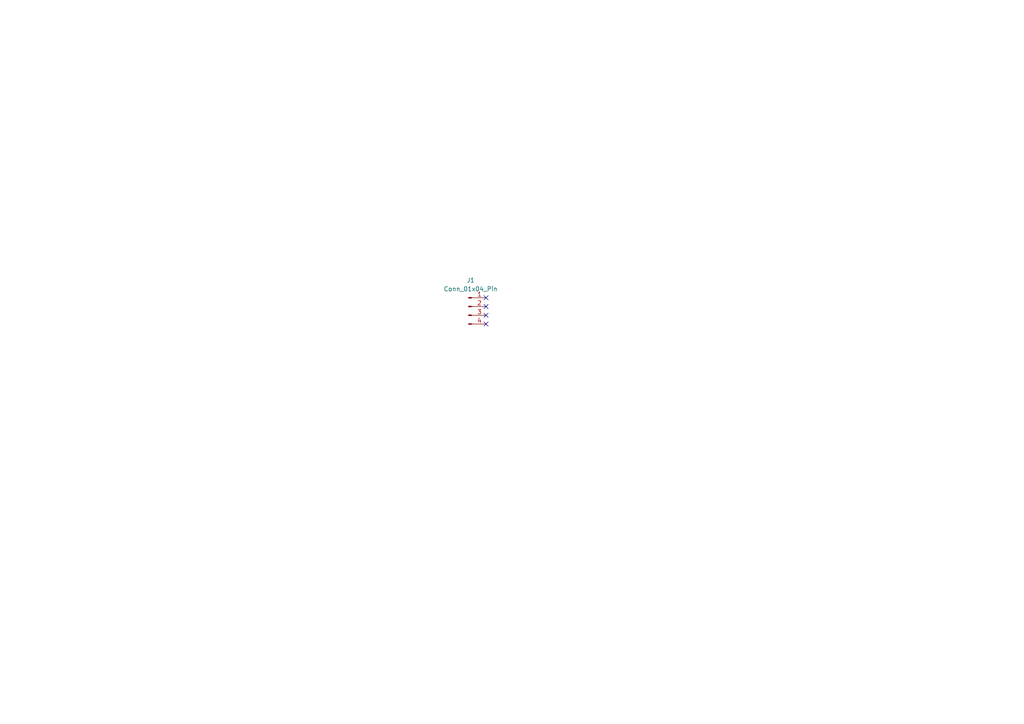
<source format=kicad_sch>
(kicad_sch (version 20231120) (generator "eeschema") (generator_version "8.0")
  (paper "A4")
  (lib_symbols
    (symbol "Connector:Conn_01x04_Pin" (pin_names (offset 1.016) hide)
      (property "Reference" "J" (at 0 5.08 0))
      (property "Value" "Conn_01x04_Pin" (at 0 -7.62 0))
      (symbol "Conn_01x04_Pin_1_1"
        (polyline (pts (xy 1.27 -5.08) (xy 0.8636 -5.08)) (stroke (width 0.1524)))
        (polyline (pts (xy 1.27 -2.54) (xy 0.8636 -2.54)) (stroke (width 0.1524)))
        (polyline (pts (xy 1.27 0) (xy 0.8636 0)) (stroke (width 0.1524)))
        (polyline (pts (xy 1.27 2.54) (xy 0.8636 2.54)) (stroke (width 0.1524)))
        (rectangle (start 0.8636 -4.953) (end 0 -5.207) (stroke (width 0.1524)) (fill (type outline)))
        (rectangle (start 0.8636 -2.413) (end 0 -2.667) (stroke (width 0.1524)) (fill (type outline)))
        (rectangle (start 0.8636 0.127) (end 0 -0.127) (stroke (width 0.1524)) (fill (type outline)))
        (rectangle (start 0.8636 2.667) (end 0 2.413) (stroke (width 0.1524)) (fill (type outline)))
        (pin passive line (at 5.08 2.54 180) (length 3.81) (name "Pin_1") (number "1"))
        (pin passive line (at 5.08 0 180) (length 3.81) (name "Pin_2") (number "2"))
        (pin passive line (at 5.08 -2.54 180) (length 3.81) (name "Pin_3") (number "3"))
        (pin passive line (at 5.08 -5.08 180) (length 3.81) (name "Pin_4") (number "4"))
      )
    )
  )
  (no_connect (at 140.97 86.36))
  (no_connect (at 140.97 88.9))
  (no_connect (at 140.97 93.98))
  (no_connect (at 140.97 91.44))
  (symbol (lib_id "Connector:Conn_01x04_Pin") (at 135.89 88.9 0) (unit 1)
    (property "Reference" "J1" (at 136.525 81.28 0))
    (property "Value" "Conn_01x04_Pin" (at 136.525 83.82 0))
    (property "Footprint" "Connector_PinHeader_2.54mm:PinHeader_1x04_P2.54mm_Vertical" (effects (hide yes)))
    (property "Description" "Generic connector, single row, 01x04, script generated" (effects (hide yes)))
  )
)
</source>
